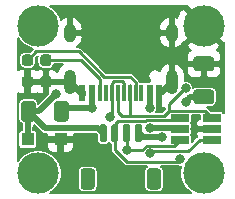
<source format=gtl>
G04 #@! TF.GenerationSoftware,KiCad,Pcbnew,(5.1.10-1-10_14)*
G04 #@! TF.CreationDate,2021-11-29T20:50:22+01:00*
G04 #@! TF.ProjectId,Unified-Daughterboard,556e6966-6965-4642-9d44-617567687465,C3*
G04 #@! TF.SameCoordinates,Original*
G04 #@! TF.FileFunction,Copper,L1,Top*
G04 #@! TF.FilePolarity,Positive*
%FSLAX46Y46*%
G04 Gerber Fmt 4.6, Leading zero omitted, Abs format (unit mm)*
G04 Created by KiCad (PCBNEW (5.1.10-1-10_14)) date 2021-11-29 20:50:22*
%MOMM*%
%LPD*%
G01*
G04 APERTURE LIST*
G04 #@! TA.AperFunction,ComponentPad*
%ADD10C,2.600000*%
G04 #@! TD*
G04 #@! TA.AperFunction,ConnectorPad*
%ADD11C,3.500000*%
G04 #@! TD*
G04 #@! TA.AperFunction,ComponentPad*
%ADD12C,3.500000*%
G04 #@! TD*
G04 #@! TA.AperFunction,ComponentPad*
%ADD13O,1.000000X1.600000*%
G04 #@! TD*
G04 #@! TA.AperFunction,ComponentPad*
%ADD14O,1.000000X2.100000*%
G04 #@! TD*
G04 #@! TA.AperFunction,SMDPad,CuDef*
%ADD15R,0.300000X1.450000*%
G04 #@! TD*
G04 #@! TA.AperFunction,SMDPad,CuDef*
%ADD16R,0.600000X1.450000*%
G04 #@! TD*
G04 #@! TA.AperFunction,SMDPad,CuDef*
%ADD17R,1.560000X0.650000*%
G04 #@! TD*
G04 #@! TA.AperFunction,SMDPad,CuDef*
%ADD18R,1.100000X1.100000*%
G04 #@! TD*
G04 #@! TA.AperFunction,ViaPad*
%ADD19C,0.800000*%
G04 #@! TD*
G04 #@! TA.AperFunction,Conductor*
%ADD20C,0.508000*%
G04 #@! TD*
G04 #@! TA.AperFunction,Conductor*
%ADD21C,0.254000*%
G04 #@! TD*
G04 #@! TA.AperFunction,Conductor*
%ADD22C,0.152400*%
G04 #@! TD*
G04 #@! TA.AperFunction,Conductor*
%ADD23C,0.100000*%
G04 #@! TD*
G04 APERTURE END LIST*
G04 #@! TA.AperFunction,SMDPad,CuDef*
G36*
G01*
X73202500Y-68268000D02*
X73202500Y-67018000D01*
G75*
G02*
X73352500Y-66868000I150000J0D01*
G01*
X73652500Y-66868000D01*
G75*
G02*
X73802500Y-67018000I0J-150000D01*
G01*
X73802500Y-68268000D01*
G75*
G02*
X73652500Y-68418000I-150000J0D01*
G01*
X73352500Y-68418000D01*
G75*
G02*
X73202500Y-68268000I0J150000D01*
G01*
G37*
G04 #@! TD.AperFunction*
G04 #@! TA.AperFunction,SMDPad,CuDef*
G36*
G01*
X74202500Y-68268000D02*
X74202500Y-67018000D01*
G75*
G02*
X74352500Y-66868000I150000J0D01*
G01*
X74652500Y-66868000D01*
G75*
G02*
X74802500Y-67018000I0J-150000D01*
G01*
X74802500Y-68268000D01*
G75*
G02*
X74652500Y-68418000I-150000J0D01*
G01*
X74352500Y-68418000D01*
G75*
G02*
X74202500Y-68268000I0J150000D01*
G01*
G37*
G04 #@! TD.AperFunction*
G04 #@! TA.AperFunction,SMDPad,CuDef*
G36*
G01*
X75202500Y-68268000D02*
X75202500Y-67018000D01*
G75*
G02*
X75352500Y-66868000I150000J0D01*
G01*
X75652500Y-66868000D01*
G75*
G02*
X75802500Y-67018000I0J-150000D01*
G01*
X75802500Y-68268000D01*
G75*
G02*
X75652500Y-68418000I-150000J0D01*
G01*
X75352500Y-68418000D01*
G75*
G02*
X75202500Y-68268000I0J150000D01*
G01*
G37*
G04 #@! TD.AperFunction*
G04 #@! TA.AperFunction,SMDPad,CuDef*
G36*
G01*
X76202500Y-68268000D02*
X76202500Y-67018000D01*
G75*
G02*
X76352500Y-66868000I150000J0D01*
G01*
X76652500Y-66868000D01*
G75*
G02*
X76802500Y-67018000I0J-150000D01*
G01*
X76802500Y-68268000D01*
G75*
G02*
X76652500Y-68418000I-150000J0D01*
G01*
X76352500Y-68418000D01*
G75*
G02*
X76202500Y-68268000I0J150000D01*
G01*
G37*
G04 #@! TD.AperFunction*
G04 #@! TA.AperFunction,SMDPad,CuDef*
G36*
G01*
X71602500Y-72168001D02*
X71602500Y-70867999D01*
G75*
G02*
X71852499Y-70618000I249999J0D01*
G01*
X72552501Y-70618000D01*
G75*
G02*
X72802500Y-70867999I0J-249999D01*
G01*
X72802500Y-72168001D01*
G75*
G02*
X72552501Y-72418000I-249999J0D01*
G01*
X71852499Y-72418000D01*
G75*
G02*
X71602500Y-72168001I0J249999D01*
G01*
G37*
G04 #@! TD.AperFunction*
G04 #@! TA.AperFunction,SMDPad,CuDef*
G36*
G01*
X77202500Y-72168001D02*
X77202500Y-70867999D01*
G75*
G02*
X77452499Y-70618000I249999J0D01*
G01*
X78152501Y-70618000D01*
G75*
G02*
X78402500Y-70867999I0J-249999D01*
G01*
X78402500Y-72168001D01*
G75*
G02*
X78152501Y-72418000I-249999J0D01*
G01*
X77452499Y-72418000D01*
G75*
G02*
X77202500Y-72168001I0J249999D01*
G01*
G37*
G04 #@! TD.AperFunction*
D10*
X82004500Y-71043000D03*
D11*
X82004500Y-71043000D03*
X68004500Y-71043000D03*
D10*
X68004500Y-71043000D03*
D12*
X82004500Y-58543000D03*
D11*
X68004500Y-58543000D03*
D10*
X68004500Y-58543000D03*
G04 #@! TA.AperFunction,SMDPad,CuDef*
G36*
G01*
X82652500Y-62393000D02*
X81402500Y-62393000D01*
G75*
G02*
X81152500Y-62143000I0J250000D01*
G01*
X81152500Y-61393000D01*
G75*
G02*
X81402500Y-61143000I250000J0D01*
G01*
X82652500Y-61143000D01*
G75*
G02*
X82902500Y-61393000I0J-250000D01*
G01*
X82902500Y-62143000D01*
G75*
G02*
X82652500Y-62393000I-250000J0D01*
G01*
G37*
G04 #@! TD.AperFunction*
G04 #@! TA.AperFunction,SMDPad,CuDef*
G36*
G01*
X82652500Y-65193000D02*
X81402500Y-65193000D01*
G75*
G02*
X81152500Y-64943000I0J250000D01*
G01*
X81152500Y-64193000D01*
G75*
G02*
X81402500Y-63943000I250000J0D01*
G01*
X82652500Y-63943000D01*
G75*
G02*
X82902500Y-64193000I0J-250000D01*
G01*
X82902500Y-64943000D01*
G75*
G02*
X82652500Y-65193000I-250000J0D01*
G01*
G37*
G04 #@! TD.AperFunction*
G04 #@! TA.AperFunction,SMDPad,CuDef*
G36*
G01*
X67798125Y-65170500D02*
X67798125Y-66420500D01*
G75*
G02*
X67548125Y-66670500I-250000J0D01*
G01*
X66798125Y-66670500D01*
G75*
G02*
X66548125Y-66420500I0J250000D01*
G01*
X66548125Y-65170500D01*
G75*
G02*
X66798125Y-64920500I250000J0D01*
G01*
X67548125Y-64920500D01*
G75*
G02*
X67798125Y-65170500I0J-250000D01*
G01*
G37*
G04 #@! TD.AperFunction*
G04 #@! TA.AperFunction,SMDPad,CuDef*
G36*
G01*
X70598125Y-65170500D02*
X70598125Y-66420500D01*
G75*
G02*
X70348125Y-66670500I-250000J0D01*
G01*
X69598125Y-66670500D01*
G75*
G02*
X69348125Y-66420500I0J250000D01*
G01*
X69348125Y-65170500D01*
G75*
G02*
X69598125Y-64920500I250000J0D01*
G01*
X70348125Y-64920500D01*
G75*
G02*
X70598125Y-65170500I0J-250000D01*
G01*
G37*
G04 #@! TD.AperFunction*
D13*
X70677500Y-59143000D03*
X79317500Y-59143000D03*
D14*
X79317500Y-63323000D03*
X70677500Y-63323000D03*
D15*
X75247500Y-64238000D03*
X73247500Y-64238000D03*
X73747500Y-64238000D03*
X74247500Y-64238000D03*
X74747500Y-64238000D03*
X75747500Y-64238000D03*
X76247500Y-64238000D03*
X76747500Y-64238000D03*
D16*
X71747500Y-64238000D03*
X72547500Y-64238000D03*
X77447500Y-64238000D03*
X78247500Y-64238000D03*
X78247500Y-64238000D03*
X77447500Y-64238000D03*
X72547500Y-64238000D03*
X71747500Y-64238000D03*
D17*
X82702500Y-68218000D03*
X82702500Y-67268000D03*
X82702500Y-66318000D03*
X80002500Y-66318000D03*
X80002500Y-68218000D03*
X80002500Y-67268000D03*
G04 #@! TA.AperFunction,SMDPad,CuDef*
G36*
G01*
X66865000Y-60980500D02*
X67340000Y-60980500D01*
G75*
G02*
X67577500Y-61218000I0J-237500D01*
G01*
X67577500Y-61718000D01*
G75*
G02*
X67340000Y-61955500I-237500J0D01*
G01*
X66865000Y-61955500D01*
G75*
G02*
X66627500Y-61718000I0J237500D01*
G01*
X66627500Y-61218000D01*
G75*
G02*
X66865000Y-60980500I237500J0D01*
G01*
G37*
G04 #@! TD.AperFunction*
G04 #@! TA.AperFunction,SMDPad,CuDef*
G36*
G01*
X66865000Y-62805500D02*
X67340000Y-62805500D01*
G75*
G02*
X67577500Y-63043000I0J-237500D01*
G01*
X67577500Y-63543000D01*
G75*
G02*
X67340000Y-63780500I-237500J0D01*
G01*
X66865000Y-63780500D01*
G75*
G02*
X66627500Y-63543000I0J237500D01*
G01*
X66627500Y-63043000D01*
G75*
G02*
X66865000Y-62805500I237500J0D01*
G01*
G37*
G04 #@! TD.AperFunction*
G04 #@! TA.AperFunction,SMDPad,CuDef*
G36*
G01*
X68415000Y-62805500D02*
X68890000Y-62805500D01*
G75*
G02*
X69127500Y-63043000I0J-237500D01*
G01*
X69127500Y-63543000D01*
G75*
G02*
X68890000Y-63780500I-237500J0D01*
G01*
X68415000Y-63780500D01*
G75*
G02*
X68177500Y-63543000I0J237500D01*
G01*
X68177500Y-63043000D01*
G75*
G02*
X68415000Y-62805500I237500J0D01*
G01*
G37*
G04 #@! TD.AperFunction*
G04 #@! TA.AperFunction,SMDPad,CuDef*
G36*
G01*
X68415000Y-60980500D02*
X68890000Y-60980500D01*
G75*
G02*
X69127500Y-61218000I0J-237500D01*
G01*
X69127500Y-61718000D01*
G75*
G02*
X68890000Y-61955500I-237500J0D01*
G01*
X68415000Y-61955500D01*
G75*
G02*
X68177500Y-61718000I0J237500D01*
G01*
X68177500Y-61218000D01*
G75*
G02*
X68415000Y-60980500I237500J0D01*
G01*
G37*
G04 #@! TD.AperFunction*
D18*
X69902500Y-68176750D03*
X67102500Y-68176750D03*
D19*
X80502504Y-64967998D03*
X78511604Y-68009588D03*
X69502500Y-64343000D03*
X81309534Y-67268000D03*
X72252500Y-69843000D03*
X72552500Y-65518000D03*
X77447445Y-65514155D03*
X77452500Y-67203178D03*
X74077500Y-66299000D03*
X77502500Y-69343000D03*
X80502500Y-63843000D03*
X80002500Y-69843000D03*
X75502504Y-69092996D03*
D20*
X82027500Y-64568000D02*
X80902502Y-64568000D01*
X80902502Y-64568000D02*
X80502504Y-64967998D01*
X76869088Y-68009588D02*
X78511604Y-68009588D01*
X76502500Y-67643000D02*
X76869088Y-68009588D01*
X67102500Y-68176750D02*
X67102500Y-67818000D01*
X67173125Y-65795500D02*
X67102500Y-68176750D01*
X73083750Y-67224250D02*
X68601875Y-67224250D01*
X68601875Y-67224250D02*
X67173125Y-65795500D01*
X73502500Y-67643000D02*
X73083750Y-67224250D01*
X68050000Y-65795500D02*
X69502500Y-64343000D01*
X67173125Y-65795500D02*
X68050000Y-65795500D01*
X82702500Y-67268000D02*
X81309534Y-67268000D01*
X71592500Y-64238000D02*
X70677500Y-63323000D01*
X71747500Y-64238000D02*
X71592500Y-64238000D01*
X78402500Y-64238000D02*
X79317500Y-63323000D01*
X78247500Y-64238000D02*
X78402500Y-64238000D01*
D21*
X76247500Y-63338000D02*
X76247500Y-64238000D01*
X75777500Y-62868000D02*
X76247500Y-63338000D01*
X73578250Y-62868000D02*
X75777500Y-62868000D01*
X71436740Y-60726490D02*
X73578250Y-62868000D01*
X67844010Y-60726490D02*
X71436740Y-60726490D01*
X67102500Y-61468000D02*
X67844010Y-60726490D01*
X73247500Y-63076078D02*
X73247500Y-64238000D01*
X71639422Y-61468000D02*
X73247500Y-63076078D01*
X68652500Y-61468000D02*
X71639422Y-61468000D01*
D20*
X72547500Y-65146410D02*
X72547500Y-65513000D01*
X72547500Y-64238000D02*
X72547500Y-65146410D01*
X72547500Y-65513000D02*
X72552500Y-65518000D01*
X70250625Y-65518000D02*
X72552500Y-65518000D01*
X69973125Y-65795500D02*
X70250625Y-65518000D01*
X80002500Y-67268000D02*
X79937678Y-67203178D01*
X79937678Y-67203178D02*
X77452500Y-67203178D01*
X77447500Y-65514100D02*
X77447445Y-65514155D01*
X77447500Y-64238000D02*
X77447500Y-65514100D01*
D21*
X74247500Y-66129000D02*
X74077500Y-66299000D01*
X74247500Y-64238000D02*
X74247500Y-66129000D01*
X74247500Y-64238000D02*
X74247500Y-63405798D01*
X74247500Y-63405798D02*
X74394299Y-63258999D01*
X75247500Y-63405798D02*
X75247500Y-64238000D01*
X74394299Y-63258999D02*
X75100701Y-63258999D01*
X75100701Y-63258999D02*
X75247500Y-63405798D01*
X77656502Y-69188998D02*
X77502500Y-69343000D01*
X80697502Y-69188998D02*
X77656502Y-69188998D01*
X81668500Y-68218000D02*
X80697502Y-69188998D01*
X82702500Y-68218000D02*
X81668500Y-68218000D01*
X75747500Y-63593000D02*
X75752500Y-63588000D01*
X74747500Y-65838000D02*
X74747500Y-64238000D01*
X75097500Y-66188000D02*
X74747500Y-65838000D01*
X75747500Y-66188000D02*
X75097500Y-66188000D01*
X75747500Y-64238000D02*
X75747500Y-66188000D01*
X82123499Y-65738999D02*
X79106501Y-65738999D01*
X82702500Y-66318000D02*
X82123499Y-65738999D01*
X80413831Y-63843000D02*
X80502500Y-63843000D01*
X79106501Y-65150330D02*
X80413831Y-63843000D01*
X79106501Y-65738999D02*
X79106501Y-65150330D01*
X79106501Y-65738999D02*
X78677335Y-66168165D01*
X78677335Y-66168165D02*
X75777335Y-66168165D01*
X75777335Y-66168165D02*
X75757500Y-66188000D01*
X79771324Y-66549176D02*
X77138578Y-66549176D01*
X77138578Y-66549176D02*
X77115125Y-66572629D01*
X74502500Y-66868000D02*
X74502500Y-67643000D01*
X80002500Y-66318000D02*
X79771324Y-66549176D01*
X77115125Y-66572629D02*
X74797871Y-66572629D01*
X74797871Y-66572629D02*
X74502500Y-66868000D01*
X75502500Y-70093000D02*
X79752500Y-70093000D01*
X79752500Y-70093000D02*
X80002500Y-69843000D01*
X74502500Y-69093000D02*
X75502500Y-70093000D01*
X74502500Y-67643000D02*
X74502500Y-69093000D01*
X75502500Y-68016000D02*
X75504500Y-68018000D01*
X75502500Y-69092992D02*
X75502504Y-69092996D01*
X75502500Y-67643000D02*
X75502500Y-69092992D01*
X76784580Y-69092996D02*
X75502504Y-69092996D01*
X80002500Y-68218000D02*
X79531502Y-68688998D01*
X79531502Y-68688998D02*
X77188578Y-68688998D01*
X77188578Y-68688998D02*
X76784580Y-69092996D01*
D20*
X68004500Y-71043000D02*
X68004500Y-70950000D01*
D22*
X66467621Y-59804284D02*
X66743216Y-60079879D01*
X67067281Y-60296413D01*
X67427364Y-60445564D01*
X67588274Y-60477571D01*
X67580220Y-60487385D01*
X67316812Y-60750794D01*
X66865000Y-60750794D01*
X66773853Y-60759771D01*
X66686208Y-60786358D01*
X66605434Y-60829532D01*
X66534635Y-60887635D01*
X66476532Y-60958434D01*
X66433358Y-61039208D01*
X66406771Y-61126853D01*
X66397794Y-61218000D01*
X66397794Y-61718000D01*
X66406771Y-61809147D01*
X66433358Y-61896792D01*
X66476532Y-61977566D01*
X66534635Y-62048365D01*
X66605434Y-62106468D01*
X66686208Y-62149642D01*
X66773853Y-62176229D01*
X66865000Y-62185206D01*
X67340000Y-62185206D01*
X67431147Y-62176229D01*
X67518792Y-62149642D01*
X67599566Y-62106468D01*
X67670365Y-62048365D01*
X67728468Y-61977566D01*
X67771642Y-61896792D01*
X67798229Y-61809147D01*
X67807206Y-61718000D01*
X67807206Y-61266188D01*
X67961225Y-61112169D01*
X67956771Y-61126853D01*
X67947794Y-61218000D01*
X67947794Y-61718000D01*
X67956771Y-61809147D01*
X67983358Y-61896792D01*
X68026532Y-61977566D01*
X68084635Y-62048365D01*
X68155434Y-62106468D01*
X68236208Y-62149642D01*
X68323853Y-62176229D01*
X68415000Y-62185206D01*
X68890000Y-62185206D01*
X68981147Y-62176229D01*
X69068792Y-62149642D01*
X69149566Y-62106468D01*
X69220365Y-62048365D01*
X69278468Y-61977566D01*
X69321642Y-61896792D01*
X69343845Y-61823600D01*
X70135113Y-61823600D01*
X70036578Y-61880631D01*
X69874801Y-62022815D01*
X69743871Y-62193828D01*
X69648820Y-62387099D01*
X69621338Y-62490109D01*
X69615595Y-62479365D01*
X69542591Y-62390409D01*
X69453635Y-62317405D01*
X69352146Y-62263158D01*
X69242023Y-62229753D01*
X69127500Y-62218473D01*
X68976350Y-62221300D01*
X68830300Y-62367350D01*
X68830300Y-63115200D01*
X69565650Y-63115200D01*
X69593300Y-63087550D01*
X69593300Y-63145200D01*
X70499700Y-63145200D01*
X70499700Y-63125200D01*
X70855300Y-63125200D01*
X70855300Y-63145200D01*
X70993602Y-63145200D01*
X70955615Y-63192610D01*
X70902561Y-63294728D01*
X70870449Y-63405234D01*
X70862167Y-63500800D01*
X70855300Y-63500800D01*
X70855300Y-63520800D01*
X70499700Y-63520800D01*
X70499700Y-63500800D01*
X69595650Y-63500800D01*
X69565650Y-63470800D01*
X68830300Y-63470800D01*
X68830300Y-64218650D01*
X68877025Y-64265375D01*
X68873900Y-64281088D01*
X68873900Y-64289101D01*
X68024663Y-65138338D01*
X68018614Y-65076914D01*
X67991316Y-64986924D01*
X67946986Y-64903990D01*
X67887328Y-64831297D01*
X67814635Y-64771639D01*
X67731701Y-64727309D01*
X67641711Y-64700011D01*
X67548125Y-64690794D01*
X66798125Y-64690794D01*
X66704539Y-64700011D01*
X66614549Y-64727309D01*
X66531615Y-64771639D01*
X66458922Y-64831297D01*
X66399264Y-64903990D01*
X66354934Y-64986924D01*
X66327636Y-65076914D01*
X66318419Y-65170500D01*
X66318419Y-66420500D01*
X66327636Y-66514086D01*
X66354934Y-66604076D01*
X66399264Y-66687010D01*
X66458922Y-66759703D01*
X66531615Y-66819361D01*
X66614549Y-66863691D01*
X66658239Y-66876944D01*
X66642813Y-67397044D01*
X66552500Y-67397044D01*
X66507687Y-67401458D01*
X66464595Y-67414529D01*
X66424882Y-67435756D01*
X66390073Y-67464323D01*
X66361506Y-67499132D01*
X66340279Y-67538845D01*
X66327208Y-67581937D01*
X66322794Y-67626750D01*
X66322794Y-68726750D01*
X66327208Y-68771563D01*
X66340279Y-68814655D01*
X66361506Y-68854368D01*
X66390073Y-68889177D01*
X66424882Y-68917744D01*
X66464595Y-68938971D01*
X66507687Y-68952042D01*
X66552500Y-68956456D01*
X67652500Y-68956456D01*
X67697313Y-68952042D01*
X67740405Y-68938971D01*
X67780118Y-68917744D01*
X67814927Y-68889177D01*
X67843494Y-68854368D01*
X67864721Y-68814655D01*
X67877792Y-68771563D01*
X67882206Y-68726750D01*
X68765473Y-68726750D01*
X68776753Y-68841273D01*
X68810158Y-68951396D01*
X68864405Y-69052885D01*
X68937409Y-69141841D01*
X69026365Y-69214845D01*
X69127854Y-69269092D01*
X69237977Y-69302497D01*
X69352500Y-69313777D01*
X69578650Y-69310950D01*
X69724700Y-69164900D01*
X69724700Y-68354550D01*
X70080300Y-68354550D01*
X70080300Y-69164900D01*
X70226350Y-69310950D01*
X70452500Y-69313777D01*
X70567023Y-69302497D01*
X70677146Y-69269092D01*
X70778635Y-69214845D01*
X70867591Y-69141841D01*
X70940595Y-69052885D01*
X70994842Y-68951396D01*
X71028247Y-68841273D01*
X71039527Y-68726750D01*
X71036700Y-68500600D01*
X70890650Y-68354550D01*
X70080300Y-68354550D01*
X69724700Y-68354550D01*
X68914350Y-68354550D01*
X68768300Y-68500600D01*
X68765473Y-68726750D01*
X67882206Y-68726750D01*
X67882206Y-67626750D01*
X67877792Y-67581937D01*
X67864721Y-67538845D01*
X67843494Y-67499132D01*
X67814927Y-67464323D01*
X67780118Y-67435756D01*
X67740405Y-67414529D01*
X67697313Y-67401458D01*
X67652500Y-67397044D01*
X67608437Y-67397044D01*
X67622371Y-66927245D01*
X68243861Y-67548736D01*
X68258974Y-67567151D01*
X68332460Y-67627459D01*
X68414307Y-67671208D01*
X68416298Y-67672272D01*
X68507268Y-67699867D01*
X68601875Y-67709185D01*
X68625582Y-67706850D01*
X68766474Y-67706850D01*
X68768300Y-67852900D01*
X68914350Y-67998950D01*
X69724700Y-67998950D01*
X69724700Y-67978950D01*
X70080300Y-67978950D01*
X70080300Y-67998950D01*
X70890650Y-67998950D01*
X71036700Y-67852900D01*
X71038526Y-67706850D01*
X72883851Y-67706850D01*
X72972794Y-67795794D01*
X72972794Y-68268000D01*
X72980090Y-68342077D01*
X73001697Y-68413307D01*
X73036786Y-68478953D01*
X73084007Y-68536493D01*
X73141547Y-68583714D01*
X73207193Y-68618803D01*
X73278423Y-68640410D01*
X73352500Y-68647706D01*
X73652500Y-68647706D01*
X73726577Y-68640410D01*
X73797807Y-68618803D01*
X73863453Y-68583714D01*
X73920993Y-68536493D01*
X73968214Y-68478953D01*
X74002500Y-68414809D01*
X74036786Y-68478953D01*
X74084007Y-68536493D01*
X74141547Y-68583714D01*
X74146901Y-68586576D01*
X74146901Y-69075535D01*
X74145181Y-69093000D01*
X74152046Y-69162710D01*
X74172380Y-69229741D01*
X74177092Y-69238556D01*
X74205400Y-69291516D01*
X74229458Y-69320830D01*
X74238699Y-69332090D01*
X74249838Y-69345663D01*
X74263401Y-69356794D01*
X75238706Y-70332100D01*
X75249837Y-70345663D01*
X75303984Y-70390101D01*
X75365760Y-70423121D01*
X75432790Y-70443454D01*
X75485037Y-70448600D01*
X75485045Y-70448600D01*
X75502500Y-70450319D01*
X75519955Y-70448600D01*
X77224414Y-70448600D01*
X77185989Y-70469139D01*
X77113296Y-70528796D01*
X77053639Y-70601489D01*
X77009309Y-70684424D01*
X76982011Y-70774413D01*
X76972794Y-70867999D01*
X76972794Y-72168001D01*
X76982011Y-72261587D01*
X77009309Y-72351576D01*
X77053639Y-72434511D01*
X77113296Y-72507204D01*
X77185989Y-72566861D01*
X77268924Y-72611191D01*
X77358913Y-72638489D01*
X77452499Y-72647706D01*
X78152501Y-72647706D01*
X78246087Y-72638489D01*
X78336076Y-72611191D01*
X78419011Y-72566861D01*
X78491704Y-72507204D01*
X78551361Y-72434511D01*
X78595691Y-72351576D01*
X78622989Y-72261587D01*
X78632206Y-72168001D01*
X78632206Y-70867999D01*
X78622989Y-70774413D01*
X78595691Y-70684424D01*
X78551361Y-70601489D01*
X78491704Y-70528796D01*
X78419011Y-70469139D01*
X78380586Y-70448600D01*
X79735045Y-70448600D01*
X79752500Y-70450319D01*
X79769955Y-70448600D01*
X79769963Y-70448600D01*
X79811951Y-70444464D01*
X79819144Y-70447444D01*
X79940588Y-70471600D01*
X80064412Y-70471600D01*
X80102716Y-70463981D01*
X80101936Y-70465864D01*
X80025900Y-70848125D01*
X80025900Y-71237875D01*
X80101936Y-71620136D01*
X80251087Y-71980219D01*
X80467621Y-72304284D01*
X80743216Y-72579879D01*
X80981955Y-72739400D01*
X69027045Y-72739400D01*
X69265784Y-72579879D01*
X69541379Y-72304284D01*
X69757913Y-71980219D01*
X69907064Y-71620136D01*
X69983100Y-71237875D01*
X69983100Y-70867999D01*
X71372794Y-70867999D01*
X71372794Y-72168001D01*
X71382011Y-72261587D01*
X71409309Y-72351576D01*
X71453639Y-72434511D01*
X71513296Y-72507204D01*
X71585989Y-72566861D01*
X71668924Y-72611191D01*
X71758913Y-72638489D01*
X71852499Y-72647706D01*
X72552501Y-72647706D01*
X72646087Y-72638489D01*
X72736076Y-72611191D01*
X72819011Y-72566861D01*
X72891704Y-72507204D01*
X72951361Y-72434511D01*
X72995691Y-72351576D01*
X73022989Y-72261587D01*
X73032206Y-72168001D01*
X73032206Y-70867999D01*
X73022989Y-70774413D01*
X72995691Y-70684424D01*
X72951361Y-70601489D01*
X72891704Y-70528796D01*
X72819011Y-70469139D01*
X72736076Y-70424809D01*
X72646087Y-70397511D01*
X72552501Y-70388294D01*
X71852499Y-70388294D01*
X71758913Y-70397511D01*
X71668924Y-70424809D01*
X71585989Y-70469139D01*
X71513296Y-70528796D01*
X71453639Y-70601489D01*
X71409309Y-70684424D01*
X71382011Y-70774413D01*
X71372794Y-70867999D01*
X69983100Y-70867999D01*
X69983100Y-70848125D01*
X69907064Y-70465864D01*
X69757913Y-70105781D01*
X69541379Y-69781716D01*
X69265784Y-69506121D01*
X68941719Y-69289587D01*
X68581636Y-69140436D01*
X68199375Y-69064400D01*
X67809625Y-69064400D01*
X67427364Y-69140436D01*
X67067281Y-69289587D01*
X66743216Y-69506121D01*
X66467621Y-69781716D01*
X66308100Y-70020455D01*
X66308100Y-64272195D01*
X66402854Y-64322842D01*
X66512977Y-64356247D01*
X66627500Y-64367527D01*
X66778650Y-64364700D01*
X66924700Y-64218650D01*
X66924700Y-63470800D01*
X67280300Y-63470800D01*
X67280300Y-64218650D01*
X67426350Y-64364700D01*
X67577500Y-64367527D01*
X67692023Y-64356247D01*
X67802146Y-64322842D01*
X67877500Y-64282564D01*
X67952854Y-64322842D01*
X68062977Y-64356247D01*
X68177500Y-64367527D01*
X68328650Y-64364700D01*
X68474700Y-64218650D01*
X68474700Y-63470800D01*
X67280300Y-63470800D01*
X66924700Y-63470800D01*
X66904700Y-63470800D01*
X66904700Y-63115200D01*
X66924700Y-63115200D01*
X66924700Y-62367350D01*
X67280300Y-62367350D01*
X67280300Y-63115200D01*
X68474700Y-63115200D01*
X68474700Y-62367350D01*
X68328650Y-62221300D01*
X68177500Y-62218473D01*
X68062977Y-62229753D01*
X67952854Y-62263158D01*
X67877500Y-62303436D01*
X67802146Y-62263158D01*
X67692023Y-62229753D01*
X67577500Y-62218473D01*
X67426350Y-62221300D01*
X67280300Y-62367350D01*
X66924700Y-62367350D01*
X66778650Y-62221300D01*
X66627500Y-62218473D01*
X66512977Y-62229753D01*
X66402854Y-62263158D01*
X66308100Y-62313805D01*
X66308100Y-59565545D01*
X66467621Y-59804284D01*
G04 #@! TA.AperFunction,Conductor*
D23*
G36*
X66467621Y-59804284D02*
G01*
X66743216Y-60079879D01*
X67067281Y-60296413D01*
X67427364Y-60445564D01*
X67588274Y-60477571D01*
X67580220Y-60487385D01*
X67316812Y-60750794D01*
X66865000Y-60750794D01*
X66773853Y-60759771D01*
X66686208Y-60786358D01*
X66605434Y-60829532D01*
X66534635Y-60887635D01*
X66476532Y-60958434D01*
X66433358Y-61039208D01*
X66406771Y-61126853D01*
X66397794Y-61218000D01*
X66397794Y-61718000D01*
X66406771Y-61809147D01*
X66433358Y-61896792D01*
X66476532Y-61977566D01*
X66534635Y-62048365D01*
X66605434Y-62106468D01*
X66686208Y-62149642D01*
X66773853Y-62176229D01*
X66865000Y-62185206D01*
X67340000Y-62185206D01*
X67431147Y-62176229D01*
X67518792Y-62149642D01*
X67599566Y-62106468D01*
X67670365Y-62048365D01*
X67728468Y-61977566D01*
X67771642Y-61896792D01*
X67798229Y-61809147D01*
X67807206Y-61718000D01*
X67807206Y-61266188D01*
X67961225Y-61112169D01*
X67956771Y-61126853D01*
X67947794Y-61218000D01*
X67947794Y-61718000D01*
X67956771Y-61809147D01*
X67983358Y-61896792D01*
X68026532Y-61977566D01*
X68084635Y-62048365D01*
X68155434Y-62106468D01*
X68236208Y-62149642D01*
X68323853Y-62176229D01*
X68415000Y-62185206D01*
X68890000Y-62185206D01*
X68981147Y-62176229D01*
X69068792Y-62149642D01*
X69149566Y-62106468D01*
X69220365Y-62048365D01*
X69278468Y-61977566D01*
X69321642Y-61896792D01*
X69343845Y-61823600D01*
X70135113Y-61823600D01*
X70036578Y-61880631D01*
X69874801Y-62022815D01*
X69743871Y-62193828D01*
X69648820Y-62387099D01*
X69621338Y-62490109D01*
X69615595Y-62479365D01*
X69542591Y-62390409D01*
X69453635Y-62317405D01*
X69352146Y-62263158D01*
X69242023Y-62229753D01*
X69127500Y-62218473D01*
X68976350Y-62221300D01*
X68830300Y-62367350D01*
X68830300Y-63115200D01*
X69565650Y-63115200D01*
X69593300Y-63087550D01*
X69593300Y-63145200D01*
X70499700Y-63145200D01*
X70499700Y-63125200D01*
X70855300Y-63125200D01*
X70855300Y-63145200D01*
X70993602Y-63145200D01*
X70955615Y-63192610D01*
X70902561Y-63294728D01*
X70870449Y-63405234D01*
X70862167Y-63500800D01*
X70855300Y-63500800D01*
X70855300Y-63520800D01*
X70499700Y-63520800D01*
X70499700Y-63500800D01*
X69595650Y-63500800D01*
X69565650Y-63470800D01*
X68830300Y-63470800D01*
X68830300Y-64218650D01*
X68877025Y-64265375D01*
X68873900Y-64281088D01*
X68873900Y-64289101D01*
X68024663Y-65138338D01*
X68018614Y-65076914D01*
X67991316Y-64986924D01*
X67946986Y-64903990D01*
X67887328Y-64831297D01*
X67814635Y-64771639D01*
X67731701Y-64727309D01*
X67641711Y-64700011D01*
X67548125Y-64690794D01*
X66798125Y-64690794D01*
X66704539Y-64700011D01*
X66614549Y-64727309D01*
X66531615Y-64771639D01*
X66458922Y-64831297D01*
X66399264Y-64903990D01*
X66354934Y-64986924D01*
X66327636Y-65076914D01*
X66318419Y-65170500D01*
X66318419Y-66420500D01*
X66327636Y-66514086D01*
X66354934Y-66604076D01*
X66399264Y-66687010D01*
X66458922Y-66759703D01*
X66531615Y-66819361D01*
X66614549Y-66863691D01*
X66658239Y-66876944D01*
X66642813Y-67397044D01*
X66552500Y-67397044D01*
X66507687Y-67401458D01*
X66464595Y-67414529D01*
X66424882Y-67435756D01*
X66390073Y-67464323D01*
X66361506Y-67499132D01*
X66340279Y-67538845D01*
X66327208Y-67581937D01*
X66322794Y-67626750D01*
X66322794Y-68726750D01*
X66327208Y-68771563D01*
X66340279Y-68814655D01*
X66361506Y-68854368D01*
X66390073Y-68889177D01*
X66424882Y-68917744D01*
X66464595Y-68938971D01*
X66507687Y-68952042D01*
X66552500Y-68956456D01*
X67652500Y-68956456D01*
X67697313Y-68952042D01*
X67740405Y-68938971D01*
X67780118Y-68917744D01*
X67814927Y-68889177D01*
X67843494Y-68854368D01*
X67864721Y-68814655D01*
X67877792Y-68771563D01*
X67882206Y-68726750D01*
X68765473Y-68726750D01*
X68776753Y-68841273D01*
X68810158Y-68951396D01*
X68864405Y-69052885D01*
X68937409Y-69141841D01*
X69026365Y-69214845D01*
X69127854Y-69269092D01*
X69237977Y-69302497D01*
X69352500Y-69313777D01*
X69578650Y-69310950D01*
X69724700Y-69164900D01*
X69724700Y-68354550D01*
X70080300Y-68354550D01*
X70080300Y-69164900D01*
X70226350Y-69310950D01*
X70452500Y-69313777D01*
X70567023Y-69302497D01*
X70677146Y-69269092D01*
X70778635Y-69214845D01*
X70867591Y-69141841D01*
X70940595Y-69052885D01*
X70994842Y-68951396D01*
X71028247Y-68841273D01*
X71039527Y-68726750D01*
X71036700Y-68500600D01*
X70890650Y-68354550D01*
X70080300Y-68354550D01*
X69724700Y-68354550D01*
X68914350Y-68354550D01*
X68768300Y-68500600D01*
X68765473Y-68726750D01*
X67882206Y-68726750D01*
X67882206Y-67626750D01*
X67877792Y-67581937D01*
X67864721Y-67538845D01*
X67843494Y-67499132D01*
X67814927Y-67464323D01*
X67780118Y-67435756D01*
X67740405Y-67414529D01*
X67697313Y-67401458D01*
X67652500Y-67397044D01*
X67608437Y-67397044D01*
X67622371Y-66927245D01*
X68243861Y-67548736D01*
X68258974Y-67567151D01*
X68332460Y-67627459D01*
X68414307Y-67671208D01*
X68416298Y-67672272D01*
X68507268Y-67699867D01*
X68601875Y-67709185D01*
X68625582Y-67706850D01*
X68766474Y-67706850D01*
X68768300Y-67852900D01*
X68914350Y-67998950D01*
X69724700Y-67998950D01*
X69724700Y-67978950D01*
X70080300Y-67978950D01*
X70080300Y-67998950D01*
X70890650Y-67998950D01*
X71036700Y-67852900D01*
X71038526Y-67706850D01*
X72883851Y-67706850D01*
X72972794Y-67795794D01*
X72972794Y-68268000D01*
X72980090Y-68342077D01*
X73001697Y-68413307D01*
X73036786Y-68478953D01*
X73084007Y-68536493D01*
X73141547Y-68583714D01*
X73207193Y-68618803D01*
X73278423Y-68640410D01*
X73352500Y-68647706D01*
X73652500Y-68647706D01*
X73726577Y-68640410D01*
X73797807Y-68618803D01*
X73863453Y-68583714D01*
X73920993Y-68536493D01*
X73968214Y-68478953D01*
X74002500Y-68414809D01*
X74036786Y-68478953D01*
X74084007Y-68536493D01*
X74141547Y-68583714D01*
X74146901Y-68586576D01*
X74146901Y-69075535D01*
X74145181Y-69093000D01*
X74152046Y-69162710D01*
X74172380Y-69229741D01*
X74177092Y-69238556D01*
X74205400Y-69291516D01*
X74229458Y-69320830D01*
X74238699Y-69332090D01*
X74249838Y-69345663D01*
X74263401Y-69356794D01*
X75238706Y-70332100D01*
X75249837Y-70345663D01*
X75303984Y-70390101D01*
X75365760Y-70423121D01*
X75432790Y-70443454D01*
X75485037Y-70448600D01*
X75485045Y-70448600D01*
X75502500Y-70450319D01*
X75519955Y-70448600D01*
X77224414Y-70448600D01*
X77185989Y-70469139D01*
X77113296Y-70528796D01*
X77053639Y-70601489D01*
X77009309Y-70684424D01*
X76982011Y-70774413D01*
X76972794Y-70867999D01*
X76972794Y-72168001D01*
X76982011Y-72261587D01*
X77009309Y-72351576D01*
X77053639Y-72434511D01*
X77113296Y-72507204D01*
X77185989Y-72566861D01*
X77268924Y-72611191D01*
X77358913Y-72638489D01*
X77452499Y-72647706D01*
X78152501Y-72647706D01*
X78246087Y-72638489D01*
X78336076Y-72611191D01*
X78419011Y-72566861D01*
X78491704Y-72507204D01*
X78551361Y-72434511D01*
X78595691Y-72351576D01*
X78622989Y-72261587D01*
X78632206Y-72168001D01*
X78632206Y-70867999D01*
X78622989Y-70774413D01*
X78595691Y-70684424D01*
X78551361Y-70601489D01*
X78491704Y-70528796D01*
X78419011Y-70469139D01*
X78380586Y-70448600D01*
X79735045Y-70448600D01*
X79752500Y-70450319D01*
X79769955Y-70448600D01*
X79769963Y-70448600D01*
X79811951Y-70444464D01*
X79819144Y-70447444D01*
X79940588Y-70471600D01*
X80064412Y-70471600D01*
X80102716Y-70463981D01*
X80101936Y-70465864D01*
X80025900Y-70848125D01*
X80025900Y-71237875D01*
X80101936Y-71620136D01*
X80251087Y-71980219D01*
X80467621Y-72304284D01*
X80743216Y-72579879D01*
X80981955Y-72739400D01*
X69027045Y-72739400D01*
X69265784Y-72579879D01*
X69541379Y-72304284D01*
X69757913Y-71980219D01*
X69907064Y-71620136D01*
X69983100Y-71237875D01*
X69983100Y-70867999D01*
X71372794Y-70867999D01*
X71372794Y-72168001D01*
X71382011Y-72261587D01*
X71409309Y-72351576D01*
X71453639Y-72434511D01*
X71513296Y-72507204D01*
X71585989Y-72566861D01*
X71668924Y-72611191D01*
X71758913Y-72638489D01*
X71852499Y-72647706D01*
X72552501Y-72647706D01*
X72646087Y-72638489D01*
X72736076Y-72611191D01*
X72819011Y-72566861D01*
X72891704Y-72507204D01*
X72951361Y-72434511D01*
X72995691Y-72351576D01*
X73022989Y-72261587D01*
X73032206Y-72168001D01*
X73032206Y-70867999D01*
X73022989Y-70774413D01*
X72995691Y-70684424D01*
X72951361Y-70601489D01*
X72891704Y-70528796D01*
X72819011Y-70469139D01*
X72736076Y-70424809D01*
X72646087Y-70397511D01*
X72552501Y-70388294D01*
X71852499Y-70388294D01*
X71758913Y-70397511D01*
X71668924Y-70424809D01*
X71585989Y-70469139D01*
X71513296Y-70528796D01*
X71453639Y-70601489D01*
X71409309Y-70684424D01*
X71382011Y-70774413D01*
X71372794Y-70867999D01*
X69983100Y-70867999D01*
X69983100Y-70848125D01*
X69907064Y-70465864D01*
X69757913Y-70105781D01*
X69541379Y-69781716D01*
X69265784Y-69506121D01*
X68941719Y-69289587D01*
X68581636Y-69140436D01*
X68199375Y-69064400D01*
X67809625Y-69064400D01*
X67427364Y-69140436D01*
X67067281Y-69289587D01*
X66743216Y-69506121D01*
X66467621Y-69781716D01*
X66308100Y-70020455D01*
X66308100Y-64272195D01*
X66402854Y-64322842D01*
X66512977Y-64356247D01*
X66627500Y-64367527D01*
X66778650Y-64364700D01*
X66924700Y-64218650D01*
X66924700Y-63470800D01*
X67280300Y-63470800D01*
X67280300Y-64218650D01*
X67426350Y-64364700D01*
X67577500Y-64367527D01*
X67692023Y-64356247D01*
X67802146Y-64322842D01*
X67877500Y-64282564D01*
X67952854Y-64322842D01*
X68062977Y-64356247D01*
X68177500Y-64367527D01*
X68328650Y-64364700D01*
X68474700Y-64218650D01*
X68474700Y-63470800D01*
X67280300Y-63470800D01*
X66924700Y-63470800D01*
X66904700Y-63470800D01*
X66904700Y-63115200D01*
X66924700Y-63115200D01*
X66924700Y-62367350D01*
X67280300Y-62367350D01*
X67280300Y-63115200D01*
X68474700Y-63115200D01*
X68474700Y-62367350D01*
X68328650Y-62221300D01*
X68177500Y-62218473D01*
X68062977Y-62229753D01*
X67952854Y-62263158D01*
X67877500Y-62303436D01*
X67802146Y-62263158D01*
X67692023Y-62229753D01*
X67577500Y-62218473D01*
X67426350Y-62221300D01*
X67280300Y-62367350D01*
X66924700Y-62367350D01*
X66778650Y-62221300D01*
X66627500Y-62218473D01*
X66512977Y-62229753D01*
X66402854Y-62263158D01*
X66308100Y-62313805D01*
X66308100Y-59565545D01*
X66467621Y-59804284D01*
G37*
G04 #@! TD.AperFunction*
D22*
X81692794Y-66403363D02*
X81596365Y-66454905D01*
X81507409Y-66527909D01*
X81434405Y-66616865D01*
X81380158Y-66718354D01*
X81346753Y-66828477D01*
X81335473Y-66943000D01*
X81338300Y-66944150D01*
X81484350Y-67090200D01*
X82524700Y-67090200D01*
X82524700Y-67070200D01*
X82880300Y-67070200D01*
X82880300Y-67090200D01*
X82900300Y-67090200D01*
X82900300Y-67445800D01*
X82880300Y-67445800D01*
X82880300Y-67465800D01*
X82524700Y-67465800D01*
X82524700Y-67445800D01*
X81484350Y-67445800D01*
X81338300Y-67591850D01*
X81335473Y-67593000D01*
X81346753Y-67707523D01*
X81380158Y-67817646D01*
X81434405Y-67919135D01*
X81449589Y-67937637D01*
X81415837Y-67965337D01*
X81404706Y-67978900D01*
X81012206Y-68371400D01*
X81012206Y-67893000D01*
X81007792Y-67848187D01*
X80994721Y-67805095D01*
X80973494Y-67765382D01*
X80955126Y-67743000D01*
X80973494Y-67720618D01*
X80994721Y-67680905D01*
X81007792Y-67637813D01*
X81012206Y-67593000D01*
X81012206Y-66943000D01*
X81007792Y-66898187D01*
X80994721Y-66855095D01*
X80973494Y-66815382D01*
X80955126Y-66793000D01*
X80973494Y-66770618D01*
X80994721Y-66730905D01*
X81007792Y-66687813D01*
X81012206Y-66643000D01*
X81012206Y-66094599D01*
X81692794Y-66094599D01*
X81692794Y-66403363D01*
G04 #@! TA.AperFunction,Conductor*
D23*
G36*
X81692794Y-66403363D02*
G01*
X81596365Y-66454905D01*
X81507409Y-66527909D01*
X81434405Y-66616865D01*
X81380158Y-66718354D01*
X81346753Y-66828477D01*
X81335473Y-66943000D01*
X81338300Y-66944150D01*
X81484350Y-67090200D01*
X82524700Y-67090200D01*
X82524700Y-67070200D01*
X82880300Y-67070200D01*
X82880300Y-67090200D01*
X82900300Y-67090200D01*
X82900300Y-67445800D01*
X82880300Y-67445800D01*
X82880300Y-67465800D01*
X82524700Y-67465800D01*
X82524700Y-67445800D01*
X81484350Y-67445800D01*
X81338300Y-67591850D01*
X81335473Y-67593000D01*
X81346753Y-67707523D01*
X81380158Y-67817646D01*
X81434405Y-67919135D01*
X81449589Y-67937637D01*
X81415837Y-67965337D01*
X81404706Y-67978900D01*
X81012206Y-68371400D01*
X81012206Y-67893000D01*
X81007792Y-67848187D01*
X80994721Y-67805095D01*
X80973494Y-67765382D01*
X80955126Y-67743000D01*
X80973494Y-67720618D01*
X80994721Y-67680905D01*
X81007792Y-67637813D01*
X81012206Y-67593000D01*
X81012206Y-66943000D01*
X81007792Y-66898187D01*
X80994721Y-66855095D01*
X80973494Y-66815382D01*
X80955126Y-66793000D01*
X80973494Y-66770618D01*
X80994721Y-66730905D01*
X81007792Y-66687813D01*
X81012206Y-66643000D01*
X81012206Y-66094599D01*
X81692794Y-66094599D01*
X81692794Y-66403363D01*
G37*
G04 #@! TD.AperFunction*
D22*
X80580072Y-56867124D02*
X82004500Y-58291553D01*
X83064929Y-57231123D01*
X83198814Y-57340317D01*
X83316443Y-57482505D01*
X82255947Y-58543000D01*
X83680376Y-59967428D01*
X83700900Y-59955039D01*
X83700901Y-65925468D01*
X83694721Y-65905095D01*
X83673494Y-65865382D01*
X83644927Y-65830573D01*
X83610118Y-65802006D01*
X83570405Y-65780779D01*
X83527313Y-65767708D01*
X83482500Y-65763294D01*
X82650688Y-65763294D01*
X82387297Y-65499904D01*
X82376162Y-65486336D01*
X82322015Y-65441898D01*
X82286109Y-65422706D01*
X82652500Y-65422706D01*
X82746086Y-65413489D01*
X82836076Y-65386191D01*
X82919010Y-65341861D01*
X82991703Y-65282203D01*
X83051361Y-65209510D01*
X83095691Y-65126576D01*
X83122989Y-65036586D01*
X83132206Y-64943000D01*
X83132206Y-64193000D01*
X83122989Y-64099414D01*
X83095691Y-64009424D01*
X83051361Y-63926490D01*
X82991703Y-63853797D01*
X82919010Y-63794139D01*
X82836076Y-63749809D01*
X82746086Y-63722511D01*
X82652500Y-63713294D01*
X81402500Y-63713294D01*
X81308914Y-63722511D01*
X81218924Y-63749809D01*
X81135990Y-63794139D01*
X81131100Y-63798152D01*
X81131100Y-63781088D01*
X81106944Y-63659644D01*
X81059559Y-63545246D01*
X80990766Y-63442291D01*
X80903209Y-63354734D01*
X80800254Y-63285941D01*
X80685856Y-63238556D01*
X80564412Y-63214400D01*
X80440588Y-63214400D01*
X80401700Y-63222135D01*
X80401700Y-62595200D01*
X80347755Y-62393000D01*
X80565473Y-62393000D01*
X80576753Y-62507523D01*
X80610158Y-62617646D01*
X80664405Y-62719135D01*
X80737409Y-62808091D01*
X80826365Y-62881095D01*
X80927854Y-62935342D01*
X81037977Y-62968747D01*
X81152500Y-62980027D01*
X81703650Y-62977200D01*
X81849700Y-62831150D01*
X81849700Y-61945800D01*
X82205300Y-61945800D01*
X82205300Y-62831150D01*
X82351350Y-62977200D01*
X82902500Y-62980027D01*
X83017023Y-62968747D01*
X83127146Y-62935342D01*
X83228635Y-62881095D01*
X83317591Y-62808091D01*
X83390595Y-62719135D01*
X83444842Y-62617646D01*
X83478247Y-62507523D01*
X83489527Y-62393000D01*
X83486700Y-62091850D01*
X83340650Y-61945800D01*
X82205300Y-61945800D01*
X81849700Y-61945800D01*
X80714350Y-61945800D01*
X80568300Y-62091850D01*
X80565473Y-62393000D01*
X80347755Y-62393000D01*
X80346180Y-62387099D01*
X80251129Y-62193828D01*
X80120199Y-62022815D01*
X79958422Y-61880631D01*
X79772014Y-61772740D01*
X79660421Y-61744460D01*
X79495300Y-61851853D01*
X79495300Y-63145200D01*
X79515300Y-63145200D01*
X79515300Y-63500800D01*
X79495300Y-63500800D01*
X79495300Y-63520800D01*
X79139700Y-63520800D01*
X79139700Y-63500800D01*
X79132833Y-63500800D01*
X79124551Y-63405234D01*
X79092439Y-63294728D01*
X79039385Y-63192610D01*
X79001398Y-63145200D01*
X79139700Y-63145200D01*
X79139700Y-61851853D01*
X78974579Y-61744460D01*
X78862986Y-61772740D01*
X78676578Y-61880631D01*
X78514801Y-62022815D01*
X78383871Y-62193828D01*
X78288820Y-62387099D01*
X78283700Y-62406291D01*
X78240400Y-62362991D01*
X78149728Y-62302406D01*
X78048979Y-62260674D01*
X77942025Y-62239400D01*
X77832975Y-62239400D01*
X77726021Y-62260674D01*
X77625272Y-62302406D01*
X77534600Y-62362991D01*
X77457491Y-62440100D01*
X77396906Y-62530772D01*
X77355174Y-62631521D01*
X77333900Y-62738475D01*
X77333900Y-62847525D01*
X77355174Y-62954479D01*
X77396906Y-63055228D01*
X77457491Y-63145900D01*
X77477227Y-63165636D01*
X77455615Y-63192610D01*
X77408501Y-63283294D01*
X77147500Y-63283294D01*
X77102687Y-63287708D01*
X77059595Y-63300779D01*
X77022500Y-63320607D01*
X76985405Y-63300779D01*
X76942313Y-63287708D01*
X76897500Y-63283294D01*
X76599432Y-63283294D01*
X76597954Y-63268290D01*
X76577621Y-63201260D01*
X76544601Y-63139484D01*
X76538291Y-63131795D01*
X76511295Y-63098900D01*
X76511285Y-63098890D01*
X76500162Y-63085337D01*
X76486609Y-63074214D01*
X76041298Y-62628905D01*
X76030163Y-62615337D01*
X75976016Y-62570899D01*
X75914240Y-62537879D01*
X75847210Y-62517546D01*
X75794963Y-62512400D01*
X75794955Y-62512400D01*
X75777500Y-62510681D01*
X75760045Y-62512400D01*
X73725545Y-62512400D01*
X72356144Y-61143000D01*
X80565473Y-61143000D01*
X80568300Y-61444150D01*
X80714350Y-61590200D01*
X81849700Y-61590200D01*
X81849700Y-61570200D01*
X82205300Y-61570200D01*
X82205300Y-61590200D01*
X83340650Y-61590200D01*
X83486700Y-61444150D01*
X83489527Y-61143000D01*
X83478247Y-61028477D01*
X83444842Y-60918354D01*
X83390595Y-60816865D01*
X83317591Y-60727909D01*
X83228635Y-60654905D01*
X83127146Y-60600658D01*
X83123283Y-60599486D01*
X83235337Y-60539592D01*
X83428928Y-60218876D01*
X82004500Y-58794447D01*
X80580072Y-60218876D01*
X80773663Y-60539592D01*
X80913942Y-60608094D01*
X80826365Y-60654905D01*
X80737409Y-60727909D01*
X80664405Y-60816865D01*
X80610158Y-60918354D01*
X80576753Y-61028477D01*
X80565473Y-61143000D01*
X72356144Y-61143000D01*
X71700539Y-60487396D01*
X71689403Y-60473827D01*
X71635256Y-60429389D01*
X71573480Y-60396369D01*
X71506450Y-60376036D01*
X71454203Y-60370890D01*
X71454195Y-60370890D01*
X71436740Y-60369171D01*
X71419285Y-60370890D01*
X71266127Y-60370890D01*
X71419498Y-60256372D01*
X71563922Y-60095987D01*
X71674281Y-59910508D01*
X71746334Y-59707063D01*
X71777313Y-59493470D01*
X78217687Y-59493470D01*
X78248666Y-59707063D01*
X78320719Y-59910508D01*
X78431078Y-60095987D01*
X78575502Y-60256372D01*
X78748440Y-60385500D01*
X78974579Y-60471540D01*
X79139700Y-60364147D01*
X79139700Y-59320800D01*
X78369382Y-59320800D01*
X78217687Y-59493470D01*
X71777313Y-59493470D01*
X71625618Y-59320800D01*
X70855300Y-59320800D01*
X70855300Y-59340800D01*
X70499700Y-59340800D01*
X70499700Y-59320800D01*
X70479700Y-59320800D01*
X70479700Y-58965200D01*
X70499700Y-58965200D01*
X70499700Y-57921853D01*
X70855300Y-57921853D01*
X70855300Y-58965200D01*
X71625618Y-58965200D01*
X71777313Y-58792530D01*
X78217687Y-58792530D01*
X78369382Y-58965200D01*
X79139700Y-58965200D01*
X79139700Y-57921853D01*
X79495300Y-57921853D01*
X79495300Y-58965200D01*
X79515300Y-58965200D01*
X79515300Y-59320800D01*
X79495300Y-59320800D01*
X79495300Y-60364147D01*
X79660421Y-60471540D01*
X79886560Y-60385500D01*
X80059498Y-60256372D01*
X80203922Y-60095987D01*
X80293153Y-59946017D01*
X80328624Y-59967428D01*
X81753053Y-58543000D01*
X80328624Y-57118572D01*
X80007908Y-57312163D01*
X79806147Y-57725329D01*
X79771488Y-57856718D01*
X79660421Y-57814460D01*
X79495300Y-57921853D01*
X79139700Y-57921853D01*
X78974579Y-57814460D01*
X78748440Y-57900500D01*
X78575502Y-58029628D01*
X78431078Y-58190013D01*
X78320719Y-58375492D01*
X78248666Y-58578937D01*
X78217687Y-58792530D01*
X71777313Y-58792530D01*
X71746334Y-58578937D01*
X71674281Y-58375492D01*
X71563922Y-58190013D01*
X71419498Y-58029628D01*
X71246560Y-57900500D01*
X71020421Y-57814460D01*
X70855300Y-57921853D01*
X70499700Y-57921853D01*
X70334579Y-57814460D01*
X70108440Y-57900500D01*
X69935502Y-58029628D01*
X69922598Y-58043958D01*
X69907064Y-57965864D01*
X69757913Y-57605781D01*
X69541379Y-57281716D01*
X69265784Y-57006121D01*
X69027045Y-56846600D01*
X80592461Y-56846600D01*
X80580072Y-56867124D01*
G04 #@! TA.AperFunction,Conductor*
D23*
G36*
X80580072Y-56867124D02*
G01*
X82004500Y-58291553D01*
X83064929Y-57231123D01*
X83198814Y-57340317D01*
X83316443Y-57482505D01*
X82255947Y-58543000D01*
X83680376Y-59967428D01*
X83700900Y-59955039D01*
X83700901Y-65925468D01*
X83694721Y-65905095D01*
X83673494Y-65865382D01*
X83644927Y-65830573D01*
X83610118Y-65802006D01*
X83570405Y-65780779D01*
X83527313Y-65767708D01*
X83482500Y-65763294D01*
X82650688Y-65763294D01*
X82387297Y-65499904D01*
X82376162Y-65486336D01*
X82322015Y-65441898D01*
X82286109Y-65422706D01*
X82652500Y-65422706D01*
X82746086Y-65413489D01*
X82836076Y-65386191D01*
X82919010Y-65341861D01*
X82991703Y-65282203D01*
X83051361Y-65209510D01*
X83095691Y-65126576D01*
X83122989Y-65036586D01*
X83132206Y-64943000D01*
X83132206Y-64193000D01*
X83122989Y-64099414D01*
X83095691Y-64009424D01*
X83051361Y-63926490D01*
X82991703Y-63853797D01*
X82919010Y-63794139D01*
X82836076Y-63749809D01*
X82746086Y-63722511D01*
X82652500Y-63713294D01*
X81402500Y-63713294D01*
X81308914Y-63722511D01*
X81218924Y-63749809D01*
X81135990Y-63794139D01*
X81131100Y-63798152D01*
X81131100Y-63781088D01*
X81106944Y-63659644D01*
X81059559Y-63545246D01*
X80990766Y-63442291D01*
X80903209Y-63354734D01*
X80800254Y-63285941D01*
X80685856Y-63238556D01*
X80564412Y-63214400D01*
X80440588Y-63214400D01*
X80401700Y-63222135D01*
X80401700Y-62595200D01*
X80347755Y-62393000D01*
X80565473Y-62393000D01*
X80576753Y-62507523D01*
X80610158Y-62617646D01*
X80664405Y-62719135D01*
X80737409Y-62808091D01*
X80826365Y-62881095D01*
X80927854Y-62935342D01*
X81037977Y-62968747D01*
X81152500Y-62980027D01*
X81703650Y-62977200D01*
X81849700Y-62831150D01*
X81849700Y-61945800D01*
X82205300Y-61945800D01*
X82205300Y-62831150D01*
X82351350Y-62977200D01*
X82902500Y-62980027D01*
X83017023Y-62968747D01*
X83127146Y-62935342D01*
X83228635Y-62881095D01*
X83317591Y-62808091D01*
X83390595Y-62719135D01*
X83444842Y-62617646D01*
X83478247Y-62507523D01*
X83489527Y-62393000D01*
X83486700Y-62091850D01*
X83340650Y-61945800D01*
X82205300Y-61945800D01*
X81849700Y-61945800D01*
X80714350Y-61945800D01*
X80568300Y-62091850D01*
X80565473Y-62393000D01*
X80347755Y-62393000D01*
X80346180Y-62387099D01*
X80251129Y-62193828D01*
X80120199Y-62022815D01*
X79958422Y-61880631D01*
X79772014Y-61772740D01*
X79660421Y-61744460D01*
X79495300Y-61851853D01*
X79495300Y-63145200D01*
X79515300Y-63145200D01*
X79515300Y-63500800D01*
X79495300Y-63500800D01*
X79495300Y-63520800D01*
X79139700Y-63520800D01*
X79139700Y-63500800D01*
X79132833Y-63500800D01*
X79124551Y-63405234D01*
X79092439Y-63294728D01*
X79039385Y-63192610D01*
X79001398Y-63145200D01*
X79139700Y-63145200D01*
X79139700Y-61851853D01*
X78974579Y-61744460D01*
X78862986Y-61772740D01*
X78676578Y-61880631D01*
X78514801Y-62022815D01*
X78383871Y-62193828D01*
X78288820Y-62387099D01*
X78283700Y-62406291D01*
X78240400Y-62362991D01*
X78149728Y-62302406D01*
X78048979Y-62260674D01*
X77942025Y-62239400D01*
X77832975Y-62239400D01*
X77726021Y-62260674D01*
X77625272Y-62302406D01*
X77534600Y-62362991D01*
X77457491Y-62440100D01*
X77396906Y-62530772D01*
X77355174Y-62631521D01*
X77333900Y-62738475D01*
X77333900Y-62847525D01*
X77355174Y-62954479D01*
X77396906Y-63055228D01*
X77457491Y-63145900D01*
X77477227Y-63165636D01*
X77455615Y-63192610D01*
X77408501Y-63283294D01*
X77147500Y-63283294D01*
X77102687Y-63287708D01*
X77059595Y-63300779D01*
X77022500Y-63320607D01*
X76985405Y-63300779D01*
X76942313Y-63287708D01*
X76897500Y-63283294D01*
X76599432Y-63283294D01*
X76597954Y-63268290D01*
X76577621Y-63201260D01*
X76544601Y-63139484D01*
X76538291Y-63131795D01*
X76511295Y-63098900D01*
X76511285Y-63098890D01*
X76500162Y-63085337D01*
X76486609Y-63074214D01*
X76041298Y-62628905D01*
X76030163Y-62615337D01*
X75976016Y-62570899D01*
X75914240Y-62537879D01*
X75847210Y-62517546D01*
X75794963Y-62512400D01*
X75794955Y-62512400D01*
X75777500Y-62510681D01*
X75760045Y-62512400D01*
X73725545Y-62512400D01*
X72356144Y-61143000D01*
X80565473Y-61143000D01*
X80568300Y-61444150D01*
X80714350Y-61590200D01*
X81849700Y-61590200D01*
X81849700Y-61570200D01*
X82205300Y-61570200D01*
X82205300Y-61590200D01*
X83340650Y-61590200D01*
X83486700Y-61444150D01*
X83489527Y-61143000D01*
X83478247Y-61028477D01*
X83444842Y-60918354D01*
X83390595Y-60816865D01*
X83317591Y-60727909D01*
X83228635Y-60654905D01*
X83127146Y-60600658D01*
X83123283Y-60599486D01*
X83235337Y-60539592D01*
X83428928Y-60218876D01*
X82004500Y-58794447D01*
X80580072Y-60218876D01*
X80773663Y-60539592D01*
X80913942Y-60608094D01*
X80826365Y-60654905D01*
X80737409Y-60727909D01*
X80664405Y-60816865D01*
X80610158Y-60918354D01*
X80576753Y-61028477D01*
X80565473Y-61143000D01*
X72356144Y-61143000D01*
X71700539Y-60487396D01*
X71689403Y-60473827D01*
X71635256Y-60429389D01*
X71573480Y-60396369D01*
X71506450Y-60376036D01*
X71454203Y-60370890D01*
X71454195Y-60370890D01*
X71436740Y-60369171D01*
X71419285Y-60370890D01*
X71266127Y-60370890D01*
X71419498Y-60256372D01*
X71563922Y-60095987D01*
X71674281Y-59910508D01*
X71746334Y-59707063D01*
X71777313Y-59493470D01*
X78217687Y-59493470D01*
X78248666Y-59707063D01*
X78320719Y-59910508D01*
X78431078Y-60095987D01*
X78575502Y-60256372D01*
X78748440Y-60385500D01*
X78974579Y-60471540D01*
X79139700Y-60364147D01*
X79139700Y-59320800D01*
X78369382Y-59320800D01*
X78217687Y-59493470D01*
X71777313Y-59493470D01*
X71625618Y-59320800D01*
X70855300Y-59320800D01*
X70855300Y-59340800D01*
X70499700Y-59340800D01*
X70499700Y-59320800D01*
X70479700Y-59320800D01*
X70479700Y-58965200D01*
X70499700Y-58965200D01*
X70499700Y-57921853D01*
X70855300Y-57921853D01*
X70855300Y-58965200D01*
X71625618Y-58965200D01*
X71777313Y-58792530D01*
X78217687Y-58792530D01*
X78369382Y-58965200D01*
X79139700Y-58965200D01*
X79139700Y-57921853D01*
X79495300Y-57921853D01*
X79495300Y-58965200D01*
X79515300Y-58965200D01*
X79515300Y-59320800D01*
X79495300Y-59320800D01*
X79495300Y-60364147D01*
X79660421Y-60471540D01*
X79886560Y-60385500D01*
X80059498Y-60256372D01*
X80203922Y-60095987D01*
X80293153Y-59946017D01*
X80328624Y-59967428D01*
X81753053Y-58543000D01*
X80328624Y-57118572D01*
X80007908Y-57312163D01*
X79806147Y-57725329D01*
X79771488Y-57856718D01*
X79660421Y-57814460D01*
X79495300Y-57921853D01*
X79139700Y-57921853D01*
X78974579Y-57814460D01*
X78748440Y-57900500D01*
X78575502Y-58029628D01*
X78431078Y-58190013D01*
X78320719Y-58375492D01*
X78248666Y-58578937D01*
X78217687Y-58792530D01*
X71777313Y-58792530D01*
X71746334Y-58578937D01*
X71674281Y-58375492D01*
X71563922Y-58190013D01*
X71419498Y-58029628D01*
X71246560Y-57900500D01*
X71020421Y-57814460D01*
X70855300Y-57921853D01*
X70499700Y-57921853D01*
X70334579Y-57814460D01*
X70108440Y-57900500D01*
X69935502Y-58029628D01*
X69922598Y-58043958D01*
X69907064Y-57965864D01*
X69757913Y-57605781D01*
X69541379Y-57281716D01*
X69265784Y-57006121D01*
X69027045Y-56846600D01*
X80592461Y-56846600D01*
X80580072Y-56867124D01*
G37*
G04 #@! TD.AperFunction*
D22*
X78233300Y-64050800D02*
X78288820Y-64258901D01*
X78383871Y-64452172D01*
X78425300Y-64506284D01*
X78425300Y-65401150D01*
X78571350Y-65547200D01*
X78668765Y-65537365D01*
X78750901Y-65511394D01*
X78750901Y-65591704D01*
X78530041Y-65812565D01*
X78004066Y-65812565D01*
X78004504Y-65811909D01*
X78051889Y-65697511D01*
X78076045Y-65576067D01*
X78076045Y-65452243D01*
X78066516Y-65404334D01*
X78069700Y-65401150D01*
X78069700Y-64415800D01*
X78049700Y-64415800D01*
X78049700Y-64060200D01*
X78069700Y-64060200D01*
X78069700Y-64040200D01*
X78233300Y-64040200D01*
X78233300Y-64050800D01*
G04 #@! TA.AperFunction,Conductor*
D23*
G36*
X78233300Y-64050800D02*
G01*
X78288820Y-64258901D01*
X78383871Y-64452172D01*
X78425300Y-64506284D01*
X78425300Y-65401150D01*
X78571350Y-65547200D01*
X78668765Y-65537365D01*
X78750901Y-65511394D01*
X78750901Y-65591704D01*
X78530041Y-65812565D01*
X78004066Y-65812565D01*
X78004504Y-65811909D01*
X78051889Y-65697511D01*
X78076045Y-65576067D01*
X78076045Y-65452243D01*
X78066516Y-65404334D01*
X78069700Y-65401150D01*
X78069700Y-64415800D01*
X78049700Y-64415800D01*
X78049700Y-64060200D01*
X78069700Y-64060200D01*
X78069700Y-64040200D01*
X78233300Y-64040200D01*
X78233300Y-64050800D01*
G37*
G04 #@! TD.AperFunction*
D22*
X71925300Y-64060200D02*
X71945300Y-64060200D01*
X71945300Y-64415800D01*
X71925300Y-64415800D01*
X71925300Y-64435800D01*
X71619181Y-64435800D01*
X71706180Y-64258901D01*
X71761700Y-64050800D01*
X71761700Y-64040200D01*
X71925300Y-64040200D01*
X71925300Y-64060200D01*
G04 #@! TA.AperFunction,Conductor*
D23*
G36*
X71925300Y-64060200D02*
G01*
X71945300Y-64060200D01*
X71945300Y-64415800D01*
X71925300Y-64415800D01*
X71925300Y-64435800D01*
X71619181Y-64435800D01*
X71706180Y-64258901D01*
X71761700Y-64050800D01*
X71761700Y-64040200D01*
X71925300Y-64040200D01*
X71925300Y-64060200D01*
G37*
G04 #@! TD.AperFunction*
M02*

</source>
